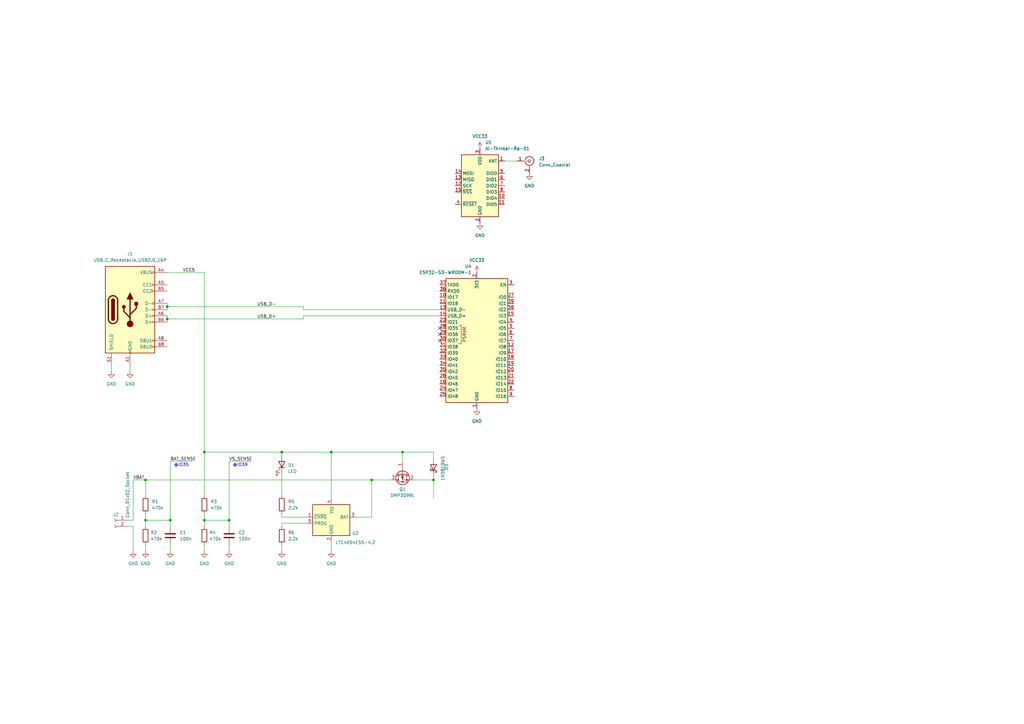
<source format=kicad_sch>
(kicad_sch (version 20250114) (generator "eeschema") (generator_version "9.0")
  (paper "A3")
  (lib_symbols
    (symbol "Battery_Management:LTC4054ES5-4.2"
      (property "Reference" "U" (at -5.842 6.604 0))
      (property "Value" "LTC4054ES5-4.2" (at 1.524 6.604 0))
      (symbol "LTC4054ES5-4.2_0_1"
        (rectangle (start -7.62 5.08) (end 7.62 -7.62) (stroke (width 0.254)) (fill (type background)))
      )
      (symbol "LTC4054ES5-4.2_1_1"
        (pin open_collector line (at -10.16 0 0) (length 2.54) (name "~{CHRG}") (number "1"))
        (pin bidirectional line (at -10.16 -2.54 0) (length 2.54) (name "PROG") (number "5"))
        (pin power_in line (at 0 7.62 270) (length 2.54) (name "V_{CC}") (number "4"))
        (pin power_in line (at 0 -10.16 90) (length 2.54) (name "GND") (number "2"))
        (pin power_out line (at 10.16 0 180) (length 2.54) (name "BAT") (number "3"))
      )
    )
    (symbol "Connector:Conn_01x02_Socket" (pin_names (offset 1.016) (hide yes))
      (property "Reference" "J" (at 0 2.54 0))
      (property "Value" "Conn_01x02_Socket" (at 0 -5.08 0))
      (symbol "Conn_01x02_Socket_1_1"
        (polyline (pts (xy -1.27 0) (xy -0.508 0)) (stroke (width 0.1524)))
        (polyline (pts (xy -1.27 -2.54) (xy -0.508 -2.54)) (stroke (width 0.1524)))
        (arc (start 0 -0.508) (mid -0.5058 0) (end 0 0.508) (stroke (width 0.1524)))
        (arc (start 0 -3.048) (mid -0.5058 -2.54) (end 0 -2.032) (stroke (width 0.1524)))
        (pin passive line (at -5.08 0 0) (length 3.81) (name "Pin_1") (number "1"))
        (pin passive line (at -5.08 -2.54 0) (length 3.81) (name "Pin_2") (number "2"))
      )
    )
    (symbol "Connector:Conn_Coaxial" (pin_names (offset 1.016) (hide yes))
      (property "Reference" "J" (at 0.254 3.048 0))
      (property "Value" "Conn_Coaxial" (at 2.921 0 90))
      (symbol "Conn_Coaxial_0_1"
        (polyline (pts (xy -2.54 0) (xy -0.508 0)))
        (arc (start 1.778 0) (mid 0.222 -1.8079) (end -1.778 -0.508) (stroke (width 0.254)))
        (arc (start -1.778 0.508) (mid 0.2221 1.8084) (end 1.778 0) (stroke (width 0.254)))
        (circle (center 0 0) (radius 0.508) (stroke (width 0.2032)))
        (polyline (pts (xy 0 -2.54) (xy 0 -1.778)))
      )
      (symbol "Conn_Coaxial_1_1"
        (pin passive line (at -5.08 0 0) (length 2.54) (name "In") (number "1"))
        (pin passive line (at 0 -5.08 90) (length 2.54) (name "Ext") (number "2"))
      )
    )
    (symbol "Connector:USB_C_Receptacle_USB2.0_16P" (pin_names (offset 1.016))
      (property "Reference" "J" (at 0 22.225 0))
      (property "Value" "USB_C_Receptacle_USB2.0_16P" (at 0 19.685 0))
      (symbol "USB_C_Receptacle_USB2.0_16P_0_0"
        (rectangle (start -0.254 -17.78) (end 0.254 -16.764))
        (rectangle (start 10.16 15.494) (end 9.144 14.986))
        (rectangle (start 10.16 10.414) (end 9.144 9.906))
        (rectangle (start 10.16 7.874) (end 9.144 7.366))
        (rectangle (start 10.16 2.794) (end 9.144 2.286))
        (rectangle (start 10.16 0.254) (end 9.144 -0.254))
        (rectangle (start 10.16 -2.286) (end 9.144 -2.794))
        (rectangle (start 10.16 -4.826) (end 9.144 -5.334))
        (rectangle (start 10.16 -12.446) (end 9.144 -12.954))
        (rectangle (start 10.16 -14.986) (end 9.144 -15.494))
      )
      (symbol "USB_C_Receptacle_USB2.0_16P_0_1"
        (rectangle (start -10.16 17.78) (end 10.16 -17.78) (stroke (width 0.254)) (fill (type background)))
        (polyline (pts (xy -8.89 -3.81) (xy -8.89 3.81)) (stroke (width 0.508)))
        (rectangle (start -7.62 -3.81) (end -6.35 3.81) (stroke (width 0.254)) (fill (type outline)))
        (arc (start -7.62 3.81) (mid -6.985 4.4423) (end -6.35 3.81) (stroke (width 0.254)))
        (arc (start -7.62 3.81) (mid -6.985 4.4423) (end -6.35 3.81) (stroke (width 0.254)) (fill (type outline)))
        (arc (start -8.89 3.81) (mid -6.985 5.7067) (end -5.08 3.81) (stroke (width 0.508)))
        (arc (start -5.08 -3.81) (mid -6.985 -5.7067) (end -8.89 -3.81) (stroke (width 0.508)))
        (arc (start -6.35 -3.81) (mid -6.985 -4.4423) (end -7.62 -3.81) (stroke (width 0.254)))
        (arc (start -6.35 -3.81) (mid -6.985 -4.4423) (end -7.62 -3.81) (stroke (width 0.254)) (fill (type outline)))
        (polyline (pts (xy -5.08 3.81) (xy -5.08 -3.81)) (stroke (width 0.508)))
        (circle (center -2.54 1.143) (radius 0.635) (stroke (width 0.254)) (fill (type outline)))
        (polyline (pts (xy -1.27 4.318) (xy 0 6.858) (xy 1.27 4.318) (xy -1.27 4.318)) (stroke (width 0.254)) (fill (type outline)))
        (polyline (pts (xy 0 -2.032) (xy 2.54 0.508) (xy 2.54 1.778)) (stroke (width 0.508)))
        (polyline (pts (xy 0 -3.302) (xy -2.54 -0.762) (xy -2.54 0.508)) (stroke (width 0.508)))
        (polyline (pts (xy 0 -5.842) (xy 0 4.318)) (stroke (width 0.508)))
        (circle (center 0 -5.842) (radius 1.27) (fill (type outline)))
        (rectangle (start 1.905 1.778) (end 3.175 3.048) (stroke (width 0.254)) (fill (type outline)))
      )
      (symbol "USB_C_Receptacle_USB2.0_16P_1_1"
        (pin passive line (at -7.62 -22.86 90) (length 5.08) (name "SHIELD") (number "S1"))
        (pin passive line (at 0 -22.86 90) (length 5.08) (name "GND") (number "A1"))
        (pin passive line (at 0 -22.86 90) (length 5.08) (hide yes) (name "GND") (number "A12"))
        (pin passive line (at 0 -22.86 90) (length 5.08) (hide yes) (name "GND") (number "B1"))
        (pin passive line (at 0 -22.86 90) (length 5.08) (hide yes) (name "GND") (number "B12"))
        (pin passive line (at 15.24 15.24 180) (length 5.08) (name "VBUS") (number "A4"))
        (pin passive line (at 15.24 15.24 180) (length 5.08) (hide yes) (name "VBUS") (number "A9"))
        (pin passive line (at 15.24 15.24 180) (length 5.08) (hide yes) (name "VBUS") (number "B4"))
        (pin passive line (at 15.24 15.24 180) (length 5.08) (hide yes) (name "VBUS") (number "B9"))
        (pin bidirectional line (at 15.24 10.16 180) (length 5.08) (name "CC1") (number "A5"))
        (pin bidirectional line (at 15.24 7.62 180) (length 5.08) (name "CC2") (number "B5"))
        (pin bidirectional line (at 15.24 2.54 180) (length 5.08) (name "D-") (number "A7"))
        (pin bidirectional line (at 15.24 0 180) (length 5.08) (name "D-") (number "B7"))
        (pin bidirectional line (at 15.24 -2.54 180) (length 5.08) (name "D+") (number "A6"))
        (pin bidirectional line (at 15.24 -5.08 180) (length 5.08) (name "D+") (number "B6"))
        (pin bidirectional line (at 15.24 -12.7 180) (length 5.08) (name "SBU1") (number "A8"))
        (pin bidirectional line (at 15.24 -15.24 180) (length 5.08) (name "SBU2") (number "B8"))
      )
    )
    (symbol "Device:C" (pin_numbers (hide yes)) (pin_names (offset 0.254))
      (property "Reference" "C" (at 0.635 2.54 0))
      (property "Value" "C" (at 0.635 -2.54 0))
      (symbol "C_0_1"
        (polyline (pts (xy -2.032 0.762) (xy 2.032 0.762)) (stroke (width 0.508)))
        (polyline (pts (xy -2.032 -0.762) (xy 2.032 -0.762)) (stroke (width 0.508)))
      )
      (symbol "C_1_1"
        (pin passive line (at 0 3.81 270) (length 2.794) (name "~") (number "1"))
        (pin passive line (at 0 -3.81 90) (length 2.794) (name "~") (number "2"))
      )
    )
    (symbol "Device:LED" (pin_numbers (hide yes)) (pin_names (offset 1.016) (hide yes))
      (property "Reference" "D" (at 0 2.54 0))
      (property "Value" "LED" (at 0 -2.54 0))
      (symbol "LED_0_1"
        (polyline (pts (xy -3.048 -0.762) (xy -4.572 -2.286) (xy -3.81 -2.286) (xy -4.572 -2.286) (xy -4.572 -1.524)))
        (polyline (pts (xy -1.778 -0.762) (xy -3.302 -2.286) (xy -2.54 -2.286) (xy -3.302 -2.286) (xy -3.302 -1.524)))
        (polyline (pts (xy -1.27 0) (xy 1.27 0)))
        (polyline (pts (xy -1.27 -1.27) (xy -1.27 1.27)) (stroke (width 0.254)))
        (polyline (pts (xy 1.27 -1.27) (xy 1.27 1.27) (xy -1.27 0) (xy 1.27 -1.27)) (stroke (width 0.254)))
      )
      (symbol "LED_1_1"
        (pin passive line (at -3.81 0 0) (length 2.54) (name "K") (number "1"))
        (pin passive line (at 3.81 0 180) (length 2.54) (name "A") (number "2"))
      )
    )
    (symbol "Device:R" (pin_numbers (hide yes)) (pin_names (offset 0))
      (property "Reference" "R" (at 2.032 0 90))
      (property "Value" "R" (at 0 0 90))
      (symbol "R_0_1"
        (rectangle (start -1.016 -2.54) (end 1.016 2.54) (stroke (width 0.254)))
      )
      (symbol "R_1_1"
        (pin passive line (at 0 3.81 270) (length 1.27) (name "~") (number "1"))
        (pin passive line (at 0 -3.81 90) (length 1.27) (name "~") (number "2"))
      )
    )
    (symbol "Diode:1N5819WS" (pin_numbers (hide yes)) (pin_names (offset 1.016) (hide yes))
      (property "Reference" "D" (at 0 2.54 0))
      (property "Value" "1N5819WS" (at 0 -2.54 0))
      (symbol "1N5819WS_0_1"
        (polyline (pts (xy -1.905 0.635) (xy -1.905 1.27) (xy -1.27 1.27) (xy -1.27 -1.27) (xy -0.635 -1.27) (xy -0.635 -0.635)) (stroke (width 0.254)))
        (polyline (pts (xy 1.27 1.27) (xy 1.27 -1.27) (xy -1.27 0) (xy 1.27 1.27)) (stroke (width 0.254)))
        (polyline (pts (xy 1.27 0) (xy -1.27 0)))
      )
      (symbol "1N5819WS_1_1"
        (pin passive line (at -3.81 0 0) (length 2.54) (name "K") (number "1"))
        (pin passive line (at 3.81 0 180) (length 2.54) (name "A") (number "2"))
      )
    )
    (symbol "RF_Module:Ai-Thinker-Ra-01"
      (property "Reference" "U" (at 2.54 17.78 0))
      (property "Value" "Ai-Thinker-Ra-01" (at 13.97 -15.24 0))
      (symbol "Ai-Thinker-Ra-01_0_1"
        (rectangle (start -7.62 12.7) (end 7.62 -12.7) (stroke (width 0.254)) (fill (type background)))
      )
      (symbol "Ai-Thinker-Ra-01_1_1"
        (pin input line (at -10.16 5.08 0) (length 2.54) (name "MOSI") (number "14"))
        (pin output line (at -10.16 2.54 0) (length 2.54) (name "MISO") (number "13"))
        (pin input line (at -10.16 0 0) (length 2.54) (name "SCK") (number "12"))
        (pin input line (at -10.16 -2.54 0) (length 2.54) (name "~{NSS}") (number "15"))
        (pin input line (at -10.16 -7.62 0) (length 2.54) (name "~{RESET}") (number "4"))
        (pin power_in line (at 0 15.24 270) (length 2.54) (name "VDD") (number "3"))
        (pin passive line (at 0 -15.24 90) (length 2.54) (hide yes) (name "GND") (number "16"))
        (pin power_in line (at 0 -15.24 90) (length 2.54) (name "GND") (number "2"))
        (pin passive line (at 0 -15.24 90) (length 2.54) (hide yes) (name "GND") (number "9"))
        (pin passive line (at 10.16 10.16 180) (length 2.54) (name "ANT") (number "1"))
        (pin bidirectional line (at 10.16 5.08 180) (length 2.54) (name "DIO0") (number "5"))
        (pin bidirectional line (at 10.16 2.54 180) (length 2.54) (name "DIO1") (number "6"))
        (pin bidirectional line (at 10.16 0 180) (length 2.54) (name "DIO2") (number "7"))
        (pin bidirectional line (at 10.16 -2.54 180) (length 2.54) (name "DIO3") (number "8"))
        (pin bidirectional line (at 10.16 -5.08 180) (length 2.54) (name "DIO4") (number "10"))
        (pin bidirectional line (at 10.16 -7.62 180) (length 2.54) (name "DIO5") (number "11"))
      )
    )
    (symbol "RF_Module:ESP32-S3-WROOM-1"
      (property "Reference" "U" (at -12.7 26.67 0))
      (property "Value" "ESP32-S3-WROOM-1" (at 12.7 26.67 0))
      (symbol "ESP32-S3-WROOM-1_0_0"
        (rectangle (start -12.7 25.4) (end 12.7 -25.4) (stroke (width 0.254)) (fill (type background)))
        (text "PSRAM" (at 5.08 2.54 900) (effects (font (size 1.27 1.27))))
      )
      (symbol "ESP32-S3-WROOM-1_0_1"
        (polyline (pts (xy 7.62 -1.27) (xy 6.35 -1.27) (xy 6.35 6.35) (xy 7.62 6.35)))
      )
      (symbol "ESP32-S3-WROOM-1_1_1"
        (pin input line (at -15.24 22.86 0) (length 2.54) (name "EN") (number "3"))
        (pin bidirectional line (at -15.24 17.78 0) (length 2.54) (name "IO0") (number "27"))
        (pin bidirectional line (at -15.24 15.24 0) (length 2.54) (name "IO1") (number "39"))
        (pin bidirectional line (at -15.24 12.7 0) (length 2.54) (name "IO2") (number "38"))
        (pin bidirectional line (at -15.24 10.16 0) (length 2.54) (name "IO3") (number "15"))
        (pin bidirectional line (at -15.24 7.62 0) (length 2.54) (name "IO4") (number "4"))
        (pin bidirectional line (at -15.24 5.08 0) (length 2.54) (name "IO5") (number "5"))
        (pin bidirectional line (at -15.24 2.54 0) (length 2.54) (name "IO6") (number "6"))
        (pin bidirectional line (at -15.24 0 0) (length 2.54) (name "IO7") (number "7"))
        (pin bidirectional line (at -15.24 -2.54 0) (length 2.54) (name "IO8") (number "12"))
        (pin bidirectional line (at -15.24 -5.08 0) (length 2.54) (name "IO9") (number "17"))
        (pin bidirectional line (at -15.24 -7.62 0) (length 2.54) (name "IO10") (number "18"))
        (pin bidirectional line (at -15.24 -10.16 0) (length 2.54) (name "IO11") (number "19"))
        (pin bidirectional line (at -15.24 -12.7 0) (length 2.54) (name "IO12") (number "20"))
        (pin bidirectional line (at -15.24 -15.24 0) (length 2.54) (name "IO13") (number "21"))
        (pin bidirectional line (at -15.24 -17.78 0) (length 2.54) (name "IO14") (number "22"))
        (pin bidirectional line (at -15.24 -20.32 0) (length 2.54) (name "IO15") (number "8"))
        (pin bidirectional line (at -15.24 -22.86 0) (length 2.54) (name "IO16") (number "9"))
        (pin power_in line (at 0 27.94 270) (length 2.54) (name "3V3") (number "2"))
        (pin power_in line (at 0 -27.94 90) (length 2.54) (name "GND") (number "1"))
        (pin passive line (at 0 -27.94 90) (length 2.54) (hide yes) (name "GND") (number "40"))
        (pin passive line (at 0 -27.94 90) (length 2.54) (hide yes) (name "GND") (number "41"))
        (pin bidirectional line (at 15.24 22.86 180) (length 2.54) (name "TXD0") (number "37"))
        (pin bidirectional line (at 15.24 20.32 180) (length 2.54) (name "RXD0") (number "36"))
        (pin bidirectional line (at 15.24 17.78 180) (length 2.54) (name "IO17") (number "10"))
        (pin bidirectional line (at 15.24 15.24 180) (length 2.54) (name "IO18") (number "11"))
        (pin bidirectional line (at 15.24 12.7 180) (length 2.54) (name "USB_D-") (number "13"))
        (pin bidirectional line (at 15.24 10.16 180) (length 2.54) (name "USB_D+") (number "14"))
        (pin bidirectional line (at 15.24 7.62 180) (length 2.54) (name "IO21") (number "23"))
        (pin bidirectional line (at 15.24 5.08 180) (length 2.54) (name "IO35") (number "28"))
        (pin bidirectional line (at 15.24 2.54 180) (length 2.54) (name "IO36") (number "29"))
        (pin bidirectional line (at 15.24 0 180) (length 2.54) (name "IO37") (number "30"))
        (pin bidirectional line (at 15.24 -2.54 180) (length 2.54) (name "IO38") (number "31"))
        (pin bidirectional line (at 15.24 -5.08 180) (length 2.54) (name "IO39") (number "32"))
        (pin bidirectional line (at 15.24 -7.62 180) (length 2.54) (name "IO40") (number "33"))
        (pin bidirectional line (at 15.24 -10.16 180) (length 2.54) (name "IO41") (number "34"))
        (pin bidirectional line (at 15.24 -12.7 180) (length 2.54) (name "IO42") (number "35"))
        (pin bidirectional line (at 15.24 -15.24 180) (length 2.54) (name "IO45") (number "26"))
        (pin bidirectional line (at 15.24 -17.78 180) (length 2.54) (name "IO46") (number "16"))
        (pin bidirectional line (at 15.24 -20.32 180) (length 2.54) (name "IO47") (number "24"))
        (pin bidirectional line (at 15.24 -22.86 180) (length 2.54) (name "IO48") (number "25"))
      )
    )
    (symbol "Transistor_FET:DMP3099L" (pin_names (offset 0) (hide yes))
      (property "Reference" "Q" (at 5.08 1.905 0))
      (property "Value" "DMP3099L" (at 5.08 0 0))
      (symbol "DMP3099L_0_1"
        (polyline (pts (xy 0.254 1.905) (xy 0.254 -1.905)) (stroke (width 0.254)))
        (polyline (pts (xy 0.254 0) (xy -2.54 0)))
        (polyline (pts (xy 0.762 2.286) (xy 0.762 1.27)) (stroke (width 0.254)))
        (polyline (pts (xy 0.762 1.778) (xy 3.302 1.778) (xy 3.302 -1.778) (xy 0.762 -1.778)))
        (polyline (pts (xy 0.762 0.508) (xy 0.762 -0.508)) (stroke (width 0.254)))
        (polyline (pts (xy 0.762 -1.27) (xy 0.762 -2.286)) (stroke (width 0.254)))
        (circle (center 1.651 0) (radius 2.794) (stroke (width 0.254)))
        (polyline (pts (xy 2.286 0) (xy 1.27 0.381) (xy 1.27 -0.381) (xy 2.286 0)) (fill (type outline)))
        (polyline (pts (xy 2.54 2.54) (xy 2.54 1.778)))
        (circle (center 2.54 1.778) (radius 0.254) (fill (type outline)))
        (circle (center 2.54 -1.778) (radius 0.254) (fill (type outline)))
        (polyline (pts (xy 2.54 -2.54) (xy 2.54 0) (xy 0.762 0)))
        (polyline (pts (xy 2.921 -0.381) (xy 3.683 -0.381)))
        (polyline (pts (xy 3.302 -0.381) (xy 2.921 0.254) (xy 3.683 0.254) (xy 3.302 -0.381)))
      )
      (symbol "DMP3099L_1_1"
        (pin input line (at -5.08 0 0) (length 2.54) (name "G") (number "1"))
        (pin passive line (at 2.54 5.08 270) (length 2.54) (name "D") (number "3"))
        (pin passive line (at 2.54 -5.08 90) (length 2.54) (name "S") (number "2"))
      )
    )
    (symbol "power:GND" (power) (pin_numbers (hide yes)) (pin_names (offset 0) (hide yes))
      (property "Value" "GND" (at 0 -3.81 0))
      (symbol "GND_0_1"
        (polyline (pts (xy 0 0) (xy 0 -1.27) (xy 1.27 -1.27) (xy 0 -2.54) (xy -1.27 -1.27) (xy 0 -1.27)))
      )
      (symbol "GND_1_1"
        (pin power_in line (at 0 0 270) (length 0) (name "~") (number "1"))
      )
    )
    (symbol "power:VCC" (power) (pin_numbers (hide yes)) (pin_names (offset 0) (hide yes))
      (property "Value" "VCC" (at 0 3.556 0))
      (symbol "VCC_0_1"
        (polyline (pts (xy -0.762 1.27) (xy 0 2.54)))
        (polyline (pts (xy 0 2.54) (xy 0.762 1.27)))
        (polyline (pts (xy 0 0) (xy 0 2.54)))
      )
      (symbol "VCC_1_1"
        (pin power_in line (at 0 0 90) (length 0) (name "~") (number "1"))
      )
    )
  )
  (text "@IO35" (at 74.422 190.754 0) (effects (font (size 1.27 1.27))))
  (text "@IO39" (at 98.552 190.754 0) (effects (font (size 1.27 1.27))))
  (junction (at 68.58 130.81))
  (junction (at 68.58 125.73))
  (junction (at 59.69 213.36))
  (junction (at 165.1 185.42))
  (junction (at 152.4 196.85))
  (junction (at 115.57 185.42))
  (junction (at 69.85 213.36))
  (junction (at 93.98 213.36))
  (junction (at 177.8 196.85))
  (junction (at 135.89 185.42))
  (junction (at 83.82 185.42))
  (junction (at 59.69 196.85))
  (junction (at 83.82 213.36))
  (no_connect (at 180.34 137.16))
  (no_connect (at 180.34 139.7))
  (no_connect (at 180.34 134.62))
  (wire (pts (xy 115.57 212.09) (xy 125.73 212.09)))
  (wire (pts (xy 135.89 185.42) (xy 115.57 185.42)))
  (wire (pts (xy 170.18 196.85) (xy 177.8 196.85)))
  (wire (pts (xy 177.8 196.85) (xy 177.8 204.47)))
  (wire (pts (xy 68.58 111.76) (xy 83.82 111.76)))
  (wire (pts (xy 146.05 212.09) (xy 152.4 212.09)))
  (wire (pts (xy 115.57 185.42) (xy 115.57 186.69)))
  (wire (pts (xy 177.8 196.85) (xy 177.8 195.58)))
  (wire (pts (xy 180.34 127) (xy 124.46 127)))
  (wire (pts (xy 83.82 185.42) (xy 83.82 203.2)))
  (wire (pts (xy 135.89 222.25) (xy 135.89 226.06)))
  (wire (pts (xy 83.82 213.36) (xy 93.98 213.36)))
  (wire (pts (xy 177.8 187.96) (xy 177.8 185.42)))
  (wire (pts (xy 135.89 185.42) (xy 165.1 185.42)))
  (wire (pts (xy 83.82 213.36) (xy 83.82 215.9)))
  (wire (pts (xy 59.69 223.52) (xy 59.69 226.06)))
  (wire (pts (xy 125.73 214.63) (xy 115.57 214.63)))
  (wire (pts (xy 59.69 210.82) (xy 59.69 213.36)))
  (wire (pts (xy 83.82 210.82) (xy 83.82 213.36)))
  (wire (pts (xy 165.1 185.42) (xy 177.8 185.42)))
  (wire (pts (xy 93.98 213.36) (xy 93.98 215.9)))
  (wire (pts (xy 52.07 215.9) (xy 54.61 215.9)))
  (wire (pts (xy 93.98 213.36) (xy 93.98 189.23)))
  (wire (pts (xy 54.61 215.9) (xy 54.61 226.06)))
  (wire (pts (xy 68.58 125.73) (xy 124.46 125.73)))
  (wire (pts (xy 68.58 130.81) (xy 124.46 130.81)))
  (wire (pts (xy 59.69 196.85) (xy 59.69 203.2)))
  (wire (pts (xy 83.82 111.76) (xy 83.82 185.42)))
  (wire (pts (xy 68.58 129.54) (xy 68.58 130.81)))
  (wire (pts (xy 115.57 194.31) (xy 115.57 203.2)))
  (wire (pts (xy 115.57 214.63) (xy 115.57 215.9)))
  (wire (pts (xy 135.89 204.47) (xy 135.89 185.42)))
  (wire (pts (xy 69.85 213.36) (xy 69.85 215.9)))
  (wire (pts (xy 207.01 66.04) (xy 212.09 66.04)))
  (wire (pts (xy 93.98 189.23) (xy 102.87 189.23)))
  (wire (pts (xy 165.1 185.42) (xy 165.1 189.23)))
  (wire (pts (xy 124.46 127) (xy 124.46 125.73)))
  (wire (pts (xy 115.57 185.42) (xy 83.82 185.42)))
  (wire (pts (xy 68.58 124.46) (xy 68.58 125.73)))
  (wire (pts (xy 124.46 129.54) (xy 180.34 129.54)))
  (wire (pts (xy 152.4 196.85) (xy 152.4 212.09)))
  (wire (pts (xy 68.58 130.81) (xy 68.58 132.08)))
  (wire (pts (xy 152.4 196.85) (xy 160.02 196.85)))
  (wire (pts (xy 54.61 196.85) (xy 54.61 213.36)))
  (wire (pts (xy 69.85 189.23) (xy 78.74 189.23)))
  (wire (pts (xy 69.85 223.52) (xy 69.85 226.06)))
  (wire (pts (xy 54.61 196.85) (xy 59.69 196.85)))
  (wire (pts (xy 68.58 125.73) (xy 68.58 127)))
  (wire (pts (xy 59.69 213.36) (xy 59.69 215.9)))
  (wire (pts (xy 69.85 213.36) (xy 69.85 189.23)))
  (wire (pts (xy 59.69 196.85) (xy 152.4 196.85)))
  (wire (pts (xy 59.69 213.36) (xy 69.85 213.36)))
  (wire (pts (xy 115.57 223.52) (xy 115.57 226.06)))
  (wire (pts (xy 115.57 210.82) (xy 115.57 212.09)))
  (wire (pts (xy 124.46 130.81) (xy 124.46 129.54)))
  (wire (pts (xy 53.34 149.86) (xy 53.34 152.4)))
  (wire (pts (xy 54.61 213.36) (xy 52.07 213.36)))
  (wire (pts (xy 83.82 223.52) (xy 83.82 226.06)))
  (wire (pts (xy 93.98 223.52) (xy 93.98 226.06)))
  (wire (pts (xy 45.72 149.86) (xy 45.72 152.4)))
  (label "VCC5" (at 74.93 111.76 0))
  (label "USB_D-" (at 105.41 125.73 0))
  (label "BAT_SENSE" (at 69.85 189.23 0))
  (label "V5_SENSE" (at 93.98 189.23 0))
  (label "VBAT" (at 54.61 196.85 0))
  (label "USB_D+" (at 105.41 130.81 0))
  (symbol (lib_id "power:GND") (at 83.82 226.06 0) (unit 1)
    (property "Reference" "#PWR08" (effects (hide yes)))
    (property "Value" "GND" (at 83.82 231.14 0))
    (property "Description" "Power symbol creates a global label with name \"GND\" , ground" (effects (hide yes)))
  )
  (symbol (lib_id "Device:LED") (at 115.57 190.5 270) (mirror x) (unit 1)
    (property "Reference" "D1" (at 118.11 190.8174 90) (effects (justify left)))
    (property "Value" "LED" (at 118.11 193.3574 90) (effects (justify left)))
    (property "Footprint" "LED_SMD:LED_0603_1608Metric" (effects (hide yes)))
    (property "Description" "Light emitting diode" (effects (hide yes)))
    (property "Sim.Pins" "1=K 2=A" (effects (hide yes)))
  )
  (symbol (lib_id "Diode:1N5819WS") (at 177.8 191.77 270) (mirror x) (unit 1)
    (property "Reference" "D3" (at 183.134 191.516 0))
    (property "Value" "1N5819WS" (at 181.61 192.0875 0))
    (property "Footprint" "Diode_SMD:D_SOD-323" (effects (hide yes)))
    (property "Datasheet" "https://datasheet.lcsc.com/lcsc/2204281430_Guangdong-Hottech-1N5819WS_C191023.pdf" (effects (hide yes)))
    (property "Description" "40V 600mV@1A 1A SOD-323 Schottky Barrier Diodes, SOD-323" (effects (hide yes)))
  )
  (symbol (lib_id "power:VCC") (at 195.58 111.76 0) (unit 1)
    (property "Reference" "#PWR014" (effects (hide yes)))
    (property "Value" "VCC33" (at 195.58 106.68 0))
    (property "Description" "Power symbol creates a global label with name \"VCC\"" (effects (hide yes)))
  )
  (symbol (lib_id "Connector:Conn_Coaxial") (at 217.17 66.04 0) (unit 1)
    (property "Reference" "J3" (at 220.98 65.0631 0) (effects (justify left)))
    (property "Value" "Conn_Coaxial" (at 220.98 67.6031 0) (effects (justify left)))
    (property "Footprint" "Connector_Coaxial:U.FL_Hirose_U.FL-R-SMT-1_Vertical" (effects (hide yes)))
    (property "Description" "coaxial connector (BNC, SMA, SMB, SMC, Cinch/RCA, LEMO, ...)" (effects (hide yes)))
  )
  (symbol (lib_id "Battery_Management:LTC4054ES5-4.2") (at 135.89 212.09 0) (unit 1)
    (property "Reference" "U2" (at 145.796 218.694 0))
    (property "Value" "LTC4054ES5-4.2" (at 145.796 222.504 0))
    (property "Footprint" "Package_TO_SOT_SMD:TSOT-23-5" (effects (hide yes)))
    (property "Datasheet" "https://www.analog.com/media/en/technical-documentation/data-sheets/405442xf.pdf" (effects (hide yes)))
    (property "Description" "Constant-current/constant-voltage linear charger for single cell lithium-ion batteries with 2.9V Trickle Charge, 4.5V to 6.5V VDD, -40 to +85 degree Celsius, TSOT-23-5" (effects (hide yes)))
  )
  (symbol (lib_id "Device:C") (at 93.98 219.71 0) (unit 1)
    (property "Reference" "C2" (at 97.79 218.4399 0) (effects (justify left)))
    (property "Value" "100n" (at 97.79 220.9799 0) (effects (justify left)))
    (property "Footprint" "Capacitor_SMD:C_0603_1608Metric" (effects (hide yes)))
    (property "Description" "Unpolarized capacitor" (effects (hide yes)))
  )
  (symbol (lib_id "Device:R") (at 115.57 219.71 0) (unit 1)
    (property "Reference" "R6" (at 118.11 218.4399 0) (effects (justify left)))
    (property "Value" "2.2k" (at 118.11 220.9799 0) (effects (justify left)))
    (property "Footprint" "Resistor_SMD:R_0603_1608Metric" (effects (hide yes)))
    (property "Description" "Resistor" (effects (hide yes)))
  )
  (symbol (lib_id "power:GND") (at 195.58 167.64 0) (unit 1)
    (property "Reference" "#PWR05" (effects (hide yes)))
    (property "Value" "GND" (at 195.58 172.72 0))
    (property "Description" "Power symbol creates a global label with name \"GND\" , ground" (effects (hide yes)))
  )
  (symbol (lib_id "power:GND") (at 59.69 226.06 0) (unit 1)
    (property "Reference" "#PWR02" (effects (hide yes)))
    (property "Value" "GND" (at 59.69 231.14 0))
    (property "Description" "Power symbol creates a global label with name \"GND\" , ground" (effects (hide yes)))
  )
  (symbol (lib_id "Connector:USB_C_Receptacle_USB2.0_16P") (at 53.34 127 0) (unit 1)
    (property "Reference" "J1" (at 53.34 104.14 0))
    (property "Value" "USB_C_Receptacle_USB2.0_16P" (at 53.34 106.68 0))
    (property "Footprint" "Connector_USB:USB_C_Receptacle_GCT_USB4105-xx-A_16P_TopMnt_Horizontal" (effects (hide yes)))
    (property "Datasheet" "https://www.usb.org/sites/default/files/documents/usb_type-c.zip" (effects (hide yes)))
    (property "Description" "USB 2.0-only 16P Type-C Receptacle connector" (effects (hide yes)))
  )
  (symbol (lib_id "power:GND") (at 196.85 91.44 0) (unit 1)
    (property "Reference" "#PWR04" (effects (hide yes)))
    (property "Value" "GND" (at 196.85 96.52 0))
    (property "Description" "Power symbol creates a global label with name \"GND\" , ground" (effects (hide yes)))
  )
  (symbol (lib_id "RF_Module:Ai-Thinker-Ra-01") (at 196.85 76.2 0) (unit 1)
    (property "Reference" "U1" (at 198.9933 58.42 0) (effects (justify left)))
    (property "Value" "Ai-Thinker-Ra-01" (at 198.9933 60.96 0) (effects (justify left)))
    (property "Footprint" "RF_Module:Ai-Thinker-Ra-01-LoRa" (effects (hide yes)))
    (property "Datasheet" "http://wiki.ai-thinker.com/_media/lora/docs/c047ps01a1_ra-01_product_specification_v1.1.pdf" (effects (hide yes)))
    (property "Description" "Ai-Thinker Ra-01 410-525 MHz LoRa Module, SPI interface, external antenna" (effects (hide yes)))
  )
  (symbol (lib_id "Device:R") (at 59.69 219.71 0) (unit 1)
    (property "Reference" "R2" (at 61.722 218.44 0) (effects (justify left)))
    (property "Value" "470k" (at 61.722 220.98 0) (effects (justify left)))
    (property "Footprint" "Resistor_SMD:R_0603_1608Metric" (effects (hide yes)))
    (property "Description" "Resistor" (effects (hide yes)))
  )
  (symbol (lib_id "RF_Module:ESP32-S3-WROOM-1") (at 195.58 139.7 0) (mirror y) (unit 1)
    (property "Reference" "U4" (at 193.4367 109.22 0) (effects (justify left)))
    (property "Value" "ESP32-S3-WROOM-1" (at 193.4367 111.76 0) (effects (justify left)))
    (property "Footprint" "RF_Module:ESP32-S3-WROOM-1U" (effects (hide yes)))
    (property "Datasheet" "https://www.espressif.com/sites/default/files/documentation/esp32-s3-wroom-1_wroom-1u_datasheet_en.pdf" (effects (hide yes)))
    (property "Description" "RF Module, ESP32-S3 SoC, Wi-Fi 802.11b/g/n, Bluetooth, BLE, 32-bit, 3.3V, onboard antenna, SMD" (effects (hide yes)))
  )
  (symbol (lib_id "power:GND") (at 53.34 152.4 0) (unit 1)
    (property "Reference" "#PWR011" (effects (hide yes)))
    (property "Value" "GND" (at 53.34 157.48 0))
    (property "Description" "Power symbol creates a global label with name \"GND\" , ground" (effects (hide yes)))
  )
  (symbol (lib_id "Device:R") (at 115.57 207.01 0) (unit 1)
    (property "Reference" "R5" (at 118.11 205.7399 0) (effects (justify left)))
    (property "Value" "2.2k" (at 118.11 208.2799 0) (effects (justify left)))
    (property "Footprint" "Resistor_SMD:R_0603_1608Metric" (effects (hide yes)))
    (property "Description" "Resistor" (effects (hide yes)))
  )
  (symbol (lib_id "power:GND") (at 217.17 71.12 0) (unit 1)
    (property "Reference" "#PWR06" (effects (hide yes)))
    (property "Value" "GND" (at 217.17 76.2 0))
    (property "Description" "Power symbol creates a global label with name \"GND\" , ground" (effects (hide yes)))
  )
  (symbol (lib_id "power:GND") (at 54.61 226.06 0) (unit 1)
    (property "Reference" "#PWR01" (effects (hide yes)))
    (property "Value" "GND" (at 54.61 231.14 0))
    (property "Description" "Power symbol creates a global label with name \"GND\" , ground" (effects (hide yes)))
  )
  (symbol (lib_id "Device:C") (at 69.85 219.71 0) (unit 1)
    (property "Reference" "C1" (at 73.66 218.4399 0) (effects (justify left)))
    (property "Value" "100n" (at 73.66 220.9799 0) (effects (justify left)))
    (property "Footprint" "Capacitor_SMD:C_0603_1608Metric" (effects (hide yes)))
    (property "Description" "Unpolarized capacitor" (effects (hide yes)))
  )
  (symbol (lib_id "power:GND") (at 115.57 226.06 0) (unit 1)
    (property "Reference" "#PWR012" (effects (hide yes)))
    (property "Value" "GND" (at 115.57 231.14 0))
    (property "Description" "Power symbol creates a global label with name \"GND\" , ground" (effects (hide yes)))
  )
  (symbol (lib_id "Device:R") (at 59.69 207.01 0) (unit 1)
    (property "Reference" "R1" (at 62.23 205.7399 0) (effects (justify left)))
    (property "Value" "470k" (at 62.23 208.2799 0) (effects (justify left)))
    (property "Footprint" "Resistor_SMD:R_0603_1608Metric" (effects (hide yes)))
    (property "Description" "Resistor" (effects (hide yes)))
  )
  (symbol (lib_id "power:GND") (at 135.89 226.06 0) (unit 1)
    (property "Reference" "#PWR03" (effects (hide yes)))
    (property "Value" "GND" (at 135.89 231.14 0))
    (property "Description" "Power symbol creates a global label with name \"GND\" , ground" (effects (hide yes)))
  )
  (symbol (lib_id "Device:R") (at 83.82 219.71 0) (unit 1)
    (property "Reference" "R4" (at 85.852 218.44 0) (effects (justify left)))
    (property "Value" "470k" (at 85.852 220.98 0) (effects (justify left)))
    (property "Footprint" "Resistor_SMD:R_0603_1608Metric" (effects (hide yes)))
    (property "Description" "Resistor" (effects (hide yes)))
  )
  (symbol (lib_id "Device:R") (at 83.82 207.01 0) (unit 1)
    (property "Reference" "R3" (at 86.36 205.7399 0) (effects (justify left)))
    (property "Value" "470k" (at 86.36 208.2799 0) (effects (justify left)))
    (property "Footprint" "Resistor_SMD:R_0603_1608Metric" (effects (hide yes)))
    (property "Description" "Resistor" (effects (hide yes)))
  )
  (symbol (lib_id "power:GND") (at 45.72 152.4 0) (unit 1)
    (property "Reference" "#PWR010" (effects (hide yes)))
    (property "Value" "GND" (at 45.72 157.48 0))
    (property "Description" "Power symbol creates a global label with name \"GND\" , ground" (effects (hide yes)))
  )
  (symbol (lib_id "power:GND") (at 69.85 226.06 0) (unit 1)
    (property "Reference" "#PWR07" (effects (hide yes)))
    (property "Value" "GND" (at 69.85 231.14 0))
    (property "Description" "Power symbol creates a global label with name \"GND\" , ground" (effects (hide yes)))
  )
  (symbol (lib_id "power:VCC") (at 196.85 60.96 0) (unit 1)
    (property "Reference" "#PWR013" (effects (hide yes)))
    (property "Value" "VCC33" (at 196.85 55.88 0))
    (property "Description" "Power symbol creates a global label with name \"VCC\"" (effects (hide yes)))
  )
  (symbol (lib_id "Transistor_FET:DMP3099L") (at 165.1 194.31 90) (mirror x) (unit 1)
    (property "Reference" "Q1" (at 165.1 200.66 90))
    (property "Value" "DMP3099L" (at 165.1 203.2 90))
    (property "Footprint" "Package_TO_SOT_SMD:SOT-23" (effects (hide yes)))
    (property "Datasheet" "https://www.diodes.com/assets/Datasheets/DMP3099L.pdf" (effects (hide yes)))
    (property "Description" "-3.8A Id, -30V Vds, P-Channel MOSFET, SOT-23" (effects (hide yes)))
  )
  (symbol (lib_id "power:GND") (at 93.98 226.06 0) (unit 1)
    (property "Reference" "#PWR09" (effects (hide yes)))
    (property "Value" "GND" (at 93.98 231.14 0))
    (property "Description" "Power symbol creates a global label with name \"GND\" , ground" (effects (hide yes)))
  )
  (symbol (lib_id "Connector:Conn_01x02_Socket") (at 46.99 213.36 0) (mirror y) (unit 1)
    (property "Reference" "J2" (at 47.498 211.074 0))
    (property "Value" "Conn_01x02_Socket" (at 52.324 202.946 90))
    (property "Footprint" "Connector_JST:JST_PH_B2B-PH-K_1x02_P2.00mm_Vertical" (effects (hide yes)))
    (property "Description" "Generic connector, single row, 01x02, script generated" (effects (hide yes)))
  )
)
</source>
